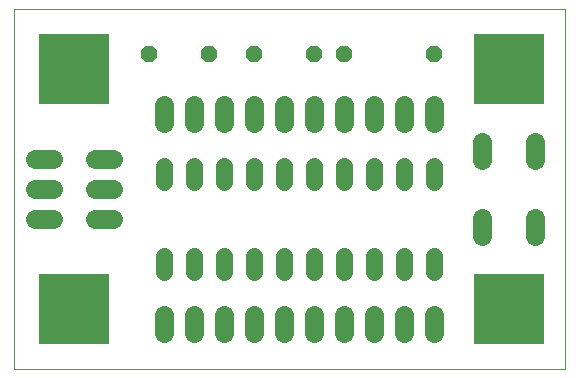
<source format=gbs>
G75*
%MOIN*%
%OFA0B0*%
%FSLAX24Y24*%
%IPPOS*%
%LPD*%
%AMOC8*
5,1,8,0,0,1.08239X$1,22.5*
%
%ADD10C,0.0000*%
%ADD11OC8,0.0560*%
%ADD12R,0.2340X0.2340*%
%ADD13C,0.0640*%
%ADD14C,0.0560*%
D10*
X000180Y000180D02*
X000180Y012176D01*
X018550Y012176D01*
X018550Y000180D01*
X000180Y000180D01*
D11*
X004680Y010680D03*
X006680Y010680D03*
X008180Y010680D03*
X010180Y010680D03*
X011180Y010680D03*
X014180Y010680D03*
D12*
X016680Y010180D03*
X016680Y002180D03*
X002180Y002180D03*
X002180Y010180D03*
D13*
X005180Y008980D02*
X005180Y008380D01*
X006180Y008380D02*
X006180Y008980D01*
X007180Y008980D02*
X007180Y008380D01*
X008180Y008380D02*
X008180Y008980D01*
X009180Y008980D02*
X009180Y008380D01*
X010180Y008380D02*
X010180Y008980D01*
X011180Y008980D02*
X011180Y008380D01*
X012180Y008380D02*
X012180Y008980D01*
X013180Y008980D02*
X013180Y008380D01*
X014180Y008380D02*
X014180Y008980D01*
X015790Y007760D02*
X015790Y007160D01*
X017570Y007160D02*
X017570Y007760D01*
X017570Y005200D02*
X017570Y004600D01*
X015790Y004600D02*
X015790Y005200D01*
X014180Y001980D02*
X014180Y001380D01*
X013180Y001380D02*
X013180Y001980D01*
X012180Y001980D02*
X012180Y001380D01*
X011180Y001380D02*
X011180Y001980D01*
X010180Y001980D02*
X010180Y001380D01*
X009180Y001380D02*
X009180Y001980D01*
X008180Y001980D02*
X008180Y001380D01*
X007180Y001380D02*
X007180Y001980D01*
X006180Y001980D02*
X006180Y001380D01*
X005180Y001380D02*
X005180Y001980D01*
X003480Y005180D02*
X002880Y005180D01*
X001480Y005180D02*
X000880Y005180D01*
X000880Y006180D02*
X001480Y006180D01*
X001480Y007180D02*
X000880Y007180D01*
X002880Y007180D02*
X003480Y007180D01*
X003480Y006180D02*
X002880Y006180D01*
D14*
X005178Y006420D02*
X005178Y006940D01*
X006178Y006940D02*
X006178Y006420D01*
X007178Y006420D02*
X007178Y006940D01*
X008178Y006940D02*
X008178Y006420D01*
X009178Y006420D02*
X009178Y006940D01*
X010178Y006940D02*
X010178Y006420D01*
X011178Y006420D02*
X011178Y006940D01*
X012178Y006940D02*
X012178Y006420D01*
X013178Y006420D02*
X013178Y006940D01*
X014178Y006940D02*
X014178Y006420D01*
X014178Y003940D02*
X014178Y003420D01*
X013178Y003420D02*
X013178Y003940D01*
X012178Y003940D02*
X012178Y003420D01*
X011178Y003420D02*
X011178Y003940D01*
X010178Y003940D02*
X010178Y003420D01*
X009178Y003420D02*
X009178Y003940D01*
X008178Y003940D02*
X008178Y003420D01*
X007178Y003420D02*
X007178Y003940D01*
X006178Y003940D02*
X006178Y003420D01*
X005178Y003420D02*
X005178Y003940D01*
M02*

</source>
